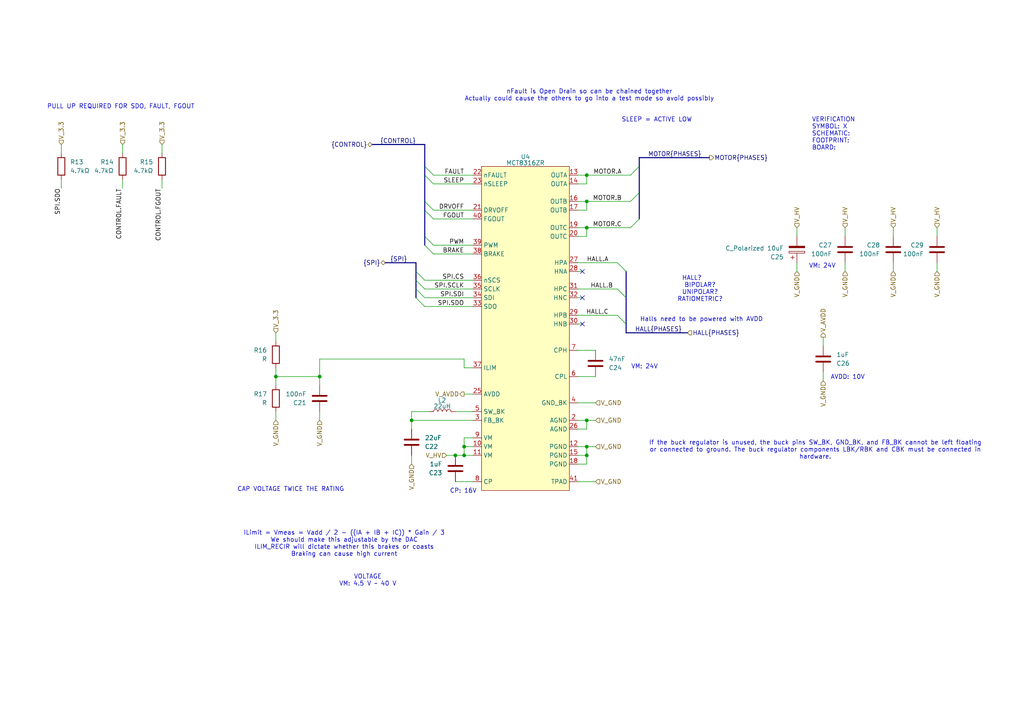
<source format=kicad_sch>
(kicad_sch (version 20231120) (generator "eeschema") (generator_version "8.0")
  (paper "A4")
  (lib_symbols
    (symbol "CUBESAT:MCT8316ZR"
      (property "Reference" "U" (at 0 49.784 0))
      (property "Value" "MCT8316ZR" (at 0 48.006 0))
      (symbol "MCT8316ZR_0_0"
        (pin no_connect line (at -1.27 -49.53 90) (length 2.54) hide (name "NC") (number "1"))
        (pin power_in line (at -15.24 -34.29 0) (length 2.54) (name "VM") (number "10"))
        (pin power_in line (at -15.24 -36.83 0) (length 2.54) (name "VM") (number "11"))
        (pin power_in line (at 15.24 -34.29 180) (length 2.54) (name "PGND") (number "12"))
        (pin power_out line (at 15.24 44.45 180) (length 2.54) (name "OUTA") (number "13"))
        (pin power_out line (at 15.24 41.91 180) (length 2.54) (name "OUTA") (number "14"))
        (pin power_in line (at 15.24 -36.83 180) (length 2.54) (name "PGND") (number "15"))
        (pin power_out line (at 15.24 36.83 180) (length 2.54) (name "OUTB") (number "16"))
        (pin power_out line (at 15.24 34.29 180) (length 2.54) (name "OUTB") (number "17"))
        (pin power_in line (at 15.24 -39.37 180) (length 2.54) (name "PGND") (number "18"))
        (pin power_out line (at 15.24 29.21 180) (length 2.54) (name "OUTC") (number "19"))
        (pin power_in line (at 15.24 -26.67 180) (length 2.54) (name "AGND") (number "2"))
        (pin power_out line (at 15.24 26.67 180) (length 2.54) (name "OUTC") (number "20"))
        (pin input line (at -15.24 34.29 0) (length 2.54) (name "DRVOFF") (number "21"))
        (pin output line (at -15.24 44.45 0) (length 2.54) (name "nFAULT") (number "22"))
        (pin input line (at -15.24 41.91 0) (length 2.54) (name "nSLEEP") (number "23"))
        (pin no_connect line (at 1.27 -49.53 90) (length 2.54) hide (name "NC") (number "24"))
        (pin power_in line (at -15.24 -19.05 0) (length 2.54) (name "AVDD") (number "25"))
        (pin power_in line (at 15.24 -29.21 180) (length 2.54) (name "AGND") (number "26"))
        (pin input line (at 15.24 19.05 180) (length 2.54) (name "HPA") (number "27"))
        (pin input line (at 15.24 16.51 180) (length 2.54) (name "HNA") (number "28"))
        (pin input line (at 15.24 3.81 180) (length 2.54) (name "HPB") (number "29"))
        (pin power_in line (at -15.24 -26.67 0) (length 2.54) (name "FB_BK") (number "3"))
        (pin input line (at 15.24 1.27 180) (length 2.54) (name "HNB") (number "30"))
        (pin input line (at 15.24 11.43 180) (length 2.54) (name "HPC") (number "31"))
        (pin input line (at 15.24 8.89 180) (length 2.54) (name "HNC") (number "32"))
        (pin output line (at -15.24 6.35 0) (length 2.54) (name "SDO") (number "33"))
        (pin input line (at -15.24 8.89 0) (length 2.54) (name "SDI") (number "34"))
        (pin input line (at -15.24 11.43 0) (length 2.54) (name "SCLK") (number "35"))
        (pin input line (at -15.24 13.97 0) (length 2.54) (name "nSCS") (number "36"))
        (pin input line (at -15.24 -11.43 0) (length 2.54) (name "ILIM") (number "37"))
        (pin input line (at -15.24 21.59 0) (length 2.54) (name "BRAKE") (number "38"))
        (pin input line (at -15.24 24.13 0) (length 2.54) (name "PWM") (number "39"))
        (pin power_in line (at 15.24 -21.59 180) (length 2.54) (name "GND_BK") (number "4"))
        (pin output line (at -15.24 31.75 0) (length 2.54) (name "FGOUT") (number "40"))
        (pin power_in line (at 15.24 -44.45 180) (length 2.54) (name "TPAD") (number "41"))
        (pin power_out line (at -15.24 -24.13 0) (length 2.54) (name "SW_BK") (number "5"))
        (pin power_in line (at 15.24 -13.97 180) (length 2.54) (name "CPL") (number "6"))
        (pin power_in line (at 15.24 -6.35 180) (length 2.54) (name "CPH") (number "7"))
        (pin power_out line (at -15.24 -44.45 0) (length 2.54) (name "CP") (number "8"))
        (pin power_in line (at -15.24 -31.75 0) (length 2.54) (name "VM") (number "9"))
      )
      (symbol "MCT8316ZR_1_1"
        (rectangle (start -12.7 46.99) (end 12.7 -46.99) (fill (type background)))
      )
    )
    (symbol "Device:C" (pin_numbers hide) (pin_names (offset 0.254))
      (property "Reference" "C" (at 0.635 2.54 0))
      (property "Value" "C" (at 0.635 -2.54 0))
      (symbol "C_0_1"
        (polyline (pts (xy -2.032 -0.762) (xy 2.032 -0.762)) (stroke (width 0.508)))
        (polyline (pts (xy -2.032 0.762) (xy 2.032 0.762)) (stroke (width 0.508)))
      )
      (symbol "C_1_1"
        (pin passive line (at 0 3.81 270) (length 2.794) (name "~") (number "1"))
        (pin passive line (at 0 -3.81 90) (length 2.794) (name "~") (number "2"))
      )
    )
    (symbol "Device:C_Polarized" (pin_numbers hide) (pin_names (offset 0.254))
      (property "Reference" "C" (at 0.635 2.54 0))
      (property "Value" "C_Polarized" (at 0.635 -2.54 0))
      (symbol "C_Polarized_0_1"
        (rectangle (start -2.286 0.508) (end 2.286 1.016))
        (polyline (pts (xy -1.778 2.286) (xy -0.762 2.286)))
        (polyline (pts (xy -1.27 2.794) (xy -1.27 1.778)))
        (rectangle (start 2.286 -0.508) (end -2.286 -1.016) (fill (type outline)))
      )
      (symbol "C_Polarized_1_1"
        (pin passive line (at 0 3.81 270) (length 2.794) (name "~") (number "1"))
        (pin passive line (at 0 -3.81 90) (length 2.794) (name "~") (number "2"))
      )
    )
    (symbol "Device:L" (pin_numbers hide) (pin_names (offset 1.016) hide)
      (property "Reference" "L" (at -1.27 0 90))
      (property "Value" "L" (at 1.905 0 90))
      (symbol "L_0_1"
        (arc (start 0 -2.54) (mid 0.6323 -1.905) (end 0 -1.27))
        (arc (start 0 -1.27) (mid 0.6323 -0.635) (end 0 0))
        (arc (start 0 0) (mid 0.6323 0.635) (end 0 1.27))
        (arc (start 0 1.27) (mid 0.6323 1.905) (end 0 2.54))
      )
      (symbol "L_1_1"
        (pin passive line (at 0 3.81 270) (length 1.27) (name "1") (number "1"))
        (pin passive line (at 0 -3.81 90) (length 1.27) (name "2") (number "2"))
      )
    )
    (symbol "Device:R" (pin_numbers hide) (pin_names (offset 0))
      (property "Reference" "R" (at 2.032 0 90))
      (property "Value" "R" (at 0 0 90))
      (symbol "R_0_1"
        (rectangle (start -1.016 -2.54) (end 1.016 2.54) (stroke (width 0.254)))
      )
      (symbol "R_1_1"
        (pin passive line (at 0 3.81 270) (length 1.27) (name "~") (number "1"))
        (pin passive line (at 0 -3.81 90) (length 1.27) (name "~") (number "2"))
      )
    )
  )
  (bus_alias "PHASES" (members "A" "B" "C"))
  (junction (at 80.01 109.22))
  (junction (at 134.62 129.54))
  (junction (at 170.18 58.42))
  (junction (at 92.71 109.22))
  (junction (at 134.62 132.08))
  (junction (at 170.18 66.04))
  (junction (at 170.18 132.08))
  (junction (at 119.38 121.92))
  (junction (at 132.08 132.08))
  (junction (at 170.18 121.92))
  (junction (at 170.18 50.8))
  (junction (at 170.18 129.54))
  (no_connect (at 168.91 93.98))
  (no_connect (at 168.91 86.36))
  (no_connect (at 168.91 78.74))
  (bus_entry (at 181.61 93.98) (size -2.54 -2.54))
  (bus_entry (at 185.42 63.5) (size -2.54 2.54))
  (bus_entry (at 181.61 78.74) (size -2.54 -2.54))
  (bus_entry (at 120.65 83.82) (size 2.54 2.54))
  (bus_entry (at 123.19 48.26) (size 2.54 2.54))
  (bus_entry (at 120.65 78.74) (size 2.54 2.54))
  (bus_entry (at 123.19 60.96) (size 2.54 2.54))
  (bus_entry (at 123.19 68.58) (size 2.54 2.54))
  (bus_entry (at 123.19 50.8) (size 2.54 2.54))
  (bus_entry (at 120.65 81.28) (size 2.54 2.54))
  (bus_entry (at 185.42 48.26) (size -2.54 2.54))
  (bus_entry (at 123.19 71.12) (size 2.54 2.54))
  (bus_entry (at 123.19 58.42) (size 2.54 2.54))
  (bus_entry (at 181.61 86.36) (size -2.54 -2.54))
  (bus_entry (at 185.42 55.88) (size -2.54 2.54))
  (bus_entry (at 120.65 86.36) (size 2.54 2.54))
  (wire (pts (xy 134.62 129.54) (xy 134.62 132.08)))
  (wire (pts (xy 46.99 41.91) (xy 46.99 44.45)))
  (wire (pts (xy 125.73 63.5) (xy 137.16 63.5)))
  (wire (pts (xy 172.72 101.6) (xy 167.64 101.6)))
  (wire (pts (xy 125.73 60.96) (xy 137.16 60.96)))
  (wire (pts (xy 123.19 88.9) (xy 137.16 88.9)))
  (bus (pts (xy 107.95 41.91) (xy 123.19 41.91)))
  (wire (pts (xy 170.18 66.04) (xy 182.88 66.04)))
  (bus (pts (xy 181.61 96.52) (xy 199.39 96.52)))
  (wire (pts (xy 170.18 134.62) (xy 170.18 132.08)))
  (bus (pts (xy 123.19 60.96) (xy 123.19 68.58)))
  (wire (pts (xy 170.18 66.04) (xy 170.18 68.58)))
  (wire (pts (xy 238.76 100.33) (xy 238.76 97.79)))
  (wire (pts (xy 167.64 134.62) (xy 170.18 134.62)))
  (wire (pts (xy 231.14 66.04) (xy 231.14 68.58)))
  (wire (pts (xy 172.72 116.84) (xy 167.64 116.84)))
  (wire (pts (xy 167.64 91.44) (xy 179.07 91.44)))
  (wire (pts (xy 123.19 81.28) (xy 137.16 81.28)))
  (wire (pts (xy 92.71 109.22) (xy 80.01 109.22)))
  (bus (pts (xy 120.65 83.82) (xy 120.65 86.36)))
  (wire (pts (xy 123.19 83.82) (xy 137.16 83.82)))
  (wire (pts (xy 119.38 134.62) (xy 119.38 132.08)))
  (wire (pts (xy 125.73 50.8) (xy 137.16 50.8)))
  (wire (pts (xy 245.11 78.74) (xy 245.11 76.2)))
  (wire (pts (xy 125.73 71.12) (xy 137.16 71.12)))
  (wire (pts (xy 129.54 132.08) (xy 132.08 132.08)))
  (wire (pts (xy 172.72 109.22) (xy 167.64 109.22)))
  (wire (pts (xy 271.78 66.04) (xy 271.78 68.58)))
  (wire (pts (xy 168.91 78.74) (xy 167.64 78.74)))
  (wire (pts (xy 132.08 119.38) (xy 137.16 119.38)))
  (wire (pts (xy 168.91 93.98) (xy 167.64 93.98)))
  (wire (pts (xy 231.14 78.74) (xy 231.14 76.2)))
  (wire (pts (xy 92.71 111.76) (xy 92.71 109.22)))
  (wire (pts (xy 170.18 132.08) (xy 170.18 129.54)))
  (wire (pts (xy 259.08 78.74) (xy 259.08 76.2)))
  (wire (pts (xy 167.64 58.42) (xy 170.18 58.42)))
  (bus (pts (xy 185.42 63.5) (xy 185.42 55.88)))
  (wire (pts (xy 172.72 139.7) (xy 167.64 139.7)))
  (wire (pts (xy 125.73 73.66) (xy 137.16 73.66)))
  (bus (pts (xy 181.61 78.74) (xy 181.61 86.36)))
  (wire (pts (xy 46.99 54.61) (xy 46.99 52.07)))
  (wire (pts (xy 167.64 60.96) (xy 170.18 60.96)))
  (wire (pts (xy 119.38 119.38) (xy 124.46 119.38)))
  (wire (pts (xy 92.71 104.14) (xy 92.71 109.22)))
  (wire (pts (xy 238.76 110.49) (xy 238.76 107.95)))
  (wire (pts (xy 259.08 66.04) (xy 259.08 68.58)))
  (wire (pts (xy 80.01 111.76) (xy 80.01 109.22)))
  (bus (pts (xy 111.76 76.2) (xy 120.65 76.2)))
  (bus (pts (xy 120.65 81.28) (xy 120.65 83.82)))
  (wire (pts (xy 170.18 58.42) (xy 170.18 60.96)))
  (wire (pts (xy 167.64 121.92) (xy 170.18 121.92)))
  (wire (pts (xy 119.38 121.92) (xy 119.38 119.38)))
  (bus (pts (xy 181.61 86.36) (xy 181.61 93.98)))
  (wire (pts (xy 134.62 127) (xy 134.62 129.54)))
  (wire (pts (xy 170.18 121.92) (xy 172.72 121.92)))
  (wire (pts (xy 167.64 124.46) (xy 170.18 124.46)))
  (wire (pts (xy 170.18 124.46) (xy 170.18 121.92)))
  (wire (pts (xy 137.16 127) (xy 134.62 127)))
  (wire (pts (xy 119.38 124.46) (xy 119.38 121.92)))
  (wire (pts (xy 80.01 121.92) (xy 80.01 119.38)))
  (wire (pts (xy 137.16 106.68) (xy 134.62 106.68)))
  (wire (pts (xy 134.62 106.68) (xy 134.62 104.14)))
  (bus (pts (xy 123.19 41.91) (xy 123.19 48.26)))
  (wire (pts (xy 35.56 54.61) (xy 35.56 52.07)))
  (bus (pts (xy 123.19 68.58) (xy 123.19 71.12)))
  (bus (pts (xy 120.65 76.2) (xy 120.65 78.74)))
  (wire (pts (xy 123.19 86.36) (xy 137.16 86.36)))
  (bus (pts (xy 185.42 48.26) (xy 185.42 45.72)))
  (wire (pts (xy 167.64 66.04) (xy 170.18 66.04)))
  (wire (pts (xy 170.18 68.58) (xy 167.64 68.58)))
  (wire (pts (xy 137.16 129.54) (xy 134.62 129.54)))
  (wire (pts (xy 271.78 78.74) (xy 271.78 76.2)))
  (wire (pts (xy 170.18 129.54) (xy 172.72 129.54)))
  (wire (pts (xy 167.64 132.08) (xy 170.18 132.08)))
  (wire (pts (xy 170.18 53.34) (xy 167.64 53.34)))
  (wire (pts (xy 167.64 50.8) (xy 170.18 50.8)))
  (wire (pts (xy 134.62 104.14) (xy 92.71 104.14)))
  (bus (pts (xy 120.65 78.74) (xy 120.65 81.28)))
  (bus (pts (xy 123.19 48.26) (xy 123.19 50.8)))
  (wire (pts (xy 170.18 58.42) (xy 182.88 58.42)))
  (wire (pts (xy 17.78 41.91) (xy 17.78 44.45)))
  (wire (pts (xy 167.64 129.54) (xy 170.18 129.54)))
  (wire (pts (xy 132.08 132.08) (xy 134.62 132.08)))
  (wire (pts (xy 134.62 132.08) (xy 137.16 132.08)))
  (wire (pts (xy 132.08 139.7) (xy 137.16 139.7)))
  (wire (pts (xy 137.16 121.92) (xy 119.38 121.92)))
  (bus (pts (xy 123.19 50.8) (xy 123.19 58.42)))
  (wire (pts (xy 170.18 50.8) (xy 182.88 50.8)))
  (bus (pts (xy 181.61 93.98) (xy 181.61 96.52)))
  (wire (pts (xy 170.18 50.8) (xy 170.18 53.34)))
  (wire (pts (xy 80.01 96.52) (xy 80.01 99.06)))
  (wire (pts (xy 17.78 54.61) (xy 17.78 52.07)))
  (bus (pts (xy 185.42 45.72) (xy 205.74 45.72)))
  (wire (pts (xy 134.62 114.3) (xy 137.16 114.3)))
  (bus (pts (xy 123.19 58.42) (xy 123.19 60.96)))
  (wire (pts (xy 245.11 66.04) (xy 245.11 68.58)))
  (wire (pts (xy 168.91 86.36) (xy 167.64 86.36)))
  (wire (pts (xy 92.71 121.92) (xy 92.71 119.38)))
  (wire (pts (xy 80.01 109.22) (xy 80.01 106.68)))
  (bus (pts (xy 185.42 55.88) (xy 185.42 48.26)))
  (wire (pts (xy 167.64 83.82) (xy 179.07 83.82)))
  (wire (pts (xy 35.56 41.91) (xy 35.56 44.45)))
  (wire (pts (xy 125.73 53.34) (xy 137.16 53.34)))
  (wire (pts (xy 167.64 76.2) (xy 179.07 76.2)))
  (text "Halls need to be powered with AVDD\n" (at 203.454 92.71 0) (effects (font (size 1.27 1.27))))
  (text "VM: 24V\n" (at 238.506 77.216 0) (effects (font (size 1.27 1.27))))
  (text "VOLTAGE\nVM: 4.5 V ~ 40 V" (at 106.68 168.402 0) (effects (font (size 1.27 1.27))))
  (text "CP: 16V" (at 134.366 142.494 0) (effects (font (size 1.27 1.27))))
  (text "ILimit = Vmeas = Vadd / 2 - ((IA + IB + IC)) * Gain / 3\nWe should make this adjustable by the DAC\nILIM_RECIR will dictate whether this brakes or coasts\nBraking can cause high current" (at 99.822 157.734 0) (effects (font (size 1.27 1.27))))
  (text "nFault is Open Drain so can be chained together\nActually could cause the others to go into a test mode so avoid possibly" (at 170.942 27.686 0) (effects (font (size 1.27 1.27))))
  (text "AVDD: 10V\n" (at 245.872 109.474 0) (effects (font (size 1.27 1.27))))
  (text "If the buck regulator is unused, the buck pins SW_BK, GND_BK, and FB_BK cannot be left floating\nor connected to ground. The buck regulator components LBK/RBK and CBK must be connected in\nhardware." (at 236.474 130.556 0) (effects (font (size 1.27 1.27))))
  (text "HALL?\n	BIPOLAR?\n	UNIPOLAR?\n	RATIOMETRIC?" (at 200.66 83.82 0) (effects (font (size 1.27 1.27))))
  (text "SLEEP = ACTIVE LOW" (at 190.5 34.798 0) (effects (font (size 1.27 1.27))))
  (text "CAP VOLTAGE TWICE THE RATING" (at 84.328 141.986 0) (effects (font (size 1.27 1.27))))
  (text "VERIFICATION\nSYMBOL: X\nSCHEMATIC: \nFOOTPRINT:\nBOARD: " (at 235.458 34.036 0) (effects (font (size 1.27 1.27)) (justify left top)))
  (text "PULL UP REQUIRED FOR SDO, FAULT, FGOUT\n" (at 35.052 30.988 0) (effects (font (size 1.27 1.27))))
  (text "VM: 24V\n" (at 186.944 106.426 0) (effects (font (size 1.27 1.27))))
  (label "SPI.SDO" (at 134.62 88.9 180))
  (label "HALL.C" (at 176.53 91.44 180))
  (label "BRAKE" (at 134.62 73.66 180))
  (label "SPI.SDI" (at 134.62 86.36 180))
  (label "DRVOFF" (at 134.62 60.96 180))
  (label "MOTOR.C" (at 180.34 66.04 180))
  (label "CONTROL.FGOUT" (at 46.99 54.61 270))
  (label "{CONTROL}" (at 120.65 41.91 180))
  (label "HALL.A" (at 176.53 76.2 180))
  (label "CONTROL.FAULT" (at 35.56 54.61 270))
  (label "SLEEP" (at 134.62 53.34 180))
  (label "FAULT" (at 134.62 50.8 180))
  (label "{SPI}" (at 118.11 76.2 180))
  (label "FGOUT" (at 134.62 63.5 180))
  (label "SPI.SDO" (at 17.78 54.61 270))
  (label "MOTOR{PHASES}" (at 187.96 45.72 0))
  (label "SPI.SCLK" (at 134.62 83.82 180))
  (label "SPI.CS" (at 134.62 81.28 180))
  (label "HALL{PHASES}" (at 184.15 96.52 0))
  (label "MOTOR.A" (at 180.34 50.8 180))
  (label "PWM" (at 134.62 71.12 180))
  (label "MOTOR.B" (at 180.34 58.42 180))
  (label "HALL.B" (at 177.8 83.82 180))
  (hierarchical_label "V_GND" (shape input) (at 245.11 78.74 270))
  (hierarchical_label "V_3.3" (shape input) (at 46.99 41.91 90))
  (hierarchical_label "V_HV" (shape input) (at 129.54 132.08 180))
  (hierarchical_label "V_AVDD" (shape output) (at 238.76 97.79 90))
  (hierarchical_label "V_GND" (shape input) (at 259.08 78.74 270))
  (hierarchical_label "V_GND" (shape input) (at 80.01 121.92 270))
  (hierarchical_label "V_GND" (shape input) (at 172.72 129.54 0))
  (hierarchical_label "V_GND" (shape input) (at 271.78 78.74 270))
  (hierarchical_label "HALL{PHASES} " (shape input) (at 199.39 96.52 0))
  (hierarchical_label "V_GND" (shape input) (at 172.72 116.84 0))
  (hierarchical_label "V_GND" (shape input) (at 172.72 121.92 0))
  (hierarchical_label "V_HV" (shape input) (at 259.08 66.04 90))
  (hierarchical_label "V_GND" (shape input) (at 92.71 121.92 270))
  (hierarchical_label "MOTOR{PHASES}" (shape output) (at 205.74 45.72 0))
  (hierarchical_label "V_GND" (shape input) (at 172.72 139.7 0))
  (hierarchical_label "V_GND" (shape input) (at 231.14 78.74 270))
  (hierarchical_label "V_HV" (shape input) (at 271.78 66.04 90))
  (hierarchical_label "V_HV" (shape input) (at 245.11 66.04 90))
  (hierarchical_label "{CONTROL}" (shape bidirectional) (at 107.95 41.91 180))
  (hierarchical_label "V_HV" (shape input) (at 231.14 66.04 90))
  (hierarchical_label "V_GND" (shape input) (at 238.76 110.49 270))
  (hierarchical_label "V_GND" (shape input) (at 119.38 134.62 270))
  (hierarchical_label "{SPI}" (shape bidirectional) (at 111.76 76.2 180))
  (hierarchical_label "V_AVDD" (shape output) (at 134.62 114.3 180))
  (hierarchical_label "V_3.3" (shape input) (at 80.01 96.52 90))
  (hierarchical_label "V_3.3" (shape input) (at 35.56 41.91 90))
  (hierarchical_label "V_3.3" (shape input) (at 17.78 41.91 90))
  (symbol (lib_id "Device:C_Polarized") (at 231.14 72.39 0) (mirror x) (unit 1)
    (property "Reference" "C25" (at 227.33 74.5491 0) (effects (justify right)))
    (property "Value" "C_Polarized 10uF" (at 227.33 72.0091 0) (effects (justify right)))
    (property "Description" "Polarized capacitor" (effects (hide yes)))
    (instances (project "control" (path "" (reference "C25") (unit 1)) (path "" (reference "C45") (unit 1)) (path "" (reference "C65") (unit 1)) (path "" (reference "C55") (unit 1))))
  )
  (symbol (lib_id "Device:L") (at 128.27 119.38 90) (unit 1)
    (property "Reference" "L2" (at 128.1997 116.1073 90))
    (property "Value" "22uH" (at 128.2712 117.8228 90))
    (property "Description" "Inductor" (effects (hide yes)))
    (instances (project "control" (path "" (reference "L2") (unit 1)) (path "" (reference "L3") (unit 1)) (path "" (reference "L5") (unit 1)) (path "" (reference "L4") (unit 1))))
  )
  (symbol (lib_id "Device:C") (at 238.76 104.14 0) (mirror y) (unit 1)
    (property "Reference" "C26" (at 242.57 105.4101 0) (effects (justify right)))
    (property "Value" "1uF" (at 242.57 102.8701 0) (effects (justify right)))
    (property "Description" "Unpolarized capacitor" (effects (hide yes)))
    (instances (project "control" (path "" (reference "C26") (unit 1)) (path "" (reference "C46") (unit 1)) (path "" (reference "C66") (unit 1)) (path "" (reference "C56") (unit 1))))
  )
  (symbol (lib_id "Device:C") (at 92.71 115.57 0) (unit 1)
    (property "Reference" "C21" (at 88.9 116.8401 0) (effects (justify right)))
    (property "Value" "100nF" (at 88.9 114.3001 0) (effects (justify right)))
    (property "Description" "Unpolarized capacitor" (effects (hide yes)))
    (instances (project "control" (path "" (reference "C21") (unit 1)) (path "" (reference "C41") (unit 1)) (path "" (reference "C61") (unit 1)) (path "" (reference "C51") (unit 1))))
  )
  (symbol (lib_id "Device:C") (at 245.11 72.39 0) (mirror x) (unit 1)
    (property "Reference" "C27" (at 241.3 71.1199 0) (effects (justify right)))
    (property "Value" "100nF" (at 241.3 73.6599 0) (effects (justify right)))
    (property "Description" "Unpolarized capacitor" (effects (hide yes)))
    (instances (project "control" (path "" (reference "C27") (unit 1)) (path "" (reference "C47") (unit 1)) (path "" (reference "C67") (unit 1)) (path "" (reference "C57") (unit 1))))
  )
  (symbol (lib_id "Device:C") (at 119.38 128.27 0) (mirror y) (unit 1)
    (property "Reference" "C22" (at 123.19 129.5401 0) (effects (justify right)))
    (property "Value" "22uF" (at 123.19 127.0001 0) (effects (justify right)))
    (property "Description" "Unpolarized capacitor" (effects (hide yes)))
    (instances (project "control" (path "" (reference "C22") (unit 1)) (path "" (reference "C42") (unit 1)) (path "" (reference "C62") (unit 1)) (path "" (reference "C52") (unit 1))))
  )
  (symbol (lib_id "Device:R") (at 80.01 102.87 0) (mirror y) (unit 1)
    (property "Reference" "R16" (at 77.47 101.5999 0) (effects (justify left)))
    (property "Value" "R" (at 77.47 104.1399 0) (effects (justify left)))
    (property "Description" "Resistor" (effects (hide yes)))
    (instances (project "control" (path "" (reference "R16") (unit 1)) (path "" (reference "R45") (unit 1)) (path "" (reference "R75") (unit 1)) (path "" (reference "R60") (unit 1))))
  )
  (symbol (lib_id "Device:C") (at 271.78 72.39 0) (mirror x) (unit 1)
    (property "Reference" "C29" (at 267.97 71.1199 0) (effects (justify right)))
    (property "Value" "100nF" (at 267.97 73.6599 0) (effects (justify right)))
    (property "Description" "Unpolarized capacitor" (effects (hide yes)))
    (instances (project "control" (path "" (reference "C29") (unit 1)) (path "" (reference "C49") (unit 1)) (path "" (reference "C69") (unit 1)) (path "" (reference "C59") (unit 1))))
  )
  (symbol (lib_id "Device:C") (at 259.08 72.39 0) (mirror x) (unit 1)
    (property "Reference" "C28" (at 255.27 71.1199 0) (effects (justify right)))
    (property "Value" "100nF" (at 255.27 73.6599 0) (effects (justify right)))
    (property "Description" "Unpolarized capacitor" (effects (hide yes)))
    (instances (project "control" (path "" (reference "C28") (unit 1)) (path "" (reference "C48") (unit 1)) (path "" (reference "C68") (unit 1)) (path "" (reference "C58") (unit 1))))
  )
  (symbol (lib_id "Device:R") (at 46.99 48.26 0) (mirror y) (unit 1)
    (property "Reference" "R15" (at 44.45 46.9899 0) (effects (justify left)))
    (property "Value" "4.7kΩ" (at 44.45 49.5299 0) (effects (justify left)))
    (property "Description" "Resistor" (effects (hide yes)))
    (instances (project "control" (path "" (reference "R15") (unit 1)) (path "" (reference "R44") (unit 1)) (path "" (reference "R74") (unit 1)) (path "" (reference "R59") (unit 1))))
  )
  (symbol (lib_id "Device:C") (at 172.72 105.41 0) (mirror y) (unit 1)
    (property "Reference" "C24" (at 176.53 106.6801 0) (effects (justify right)))
    (property "Value" "47nF" (at 176.53 104.1401 0) (effects (justify right)))
    (property "Description" "Unpolarized capacitor" (effects (hide yes)))
    (instances (project "control" (path "" (reference "C24") (unit 1)) (path "" (reference "C44") (unit 1)) (path "" (reference "C64") (unit 1)) (path "" (reference "C54") (unit 1))))
  )
  (symbol (lib_id "CUBESAT:MCT8316ZR") (at 152.4 95.25 0) (unit 1)
    (property "Reference" "U4" (at 152.4 45.466 0))
    (property "Value" "MCT8316ZR" (at 152.4 47.244 0))
    (property "Footprint" "Package_DFN_QFN:Texas_RGF_R-PVQFN-N40_EP3.7x5.7mm_ThermalVias" (effects (hide yes)))
    (property "Datasheet" "https://www.ti.com/lit/ds/symlink/mct8316z.pdf" (effects (hide yes)))
    (property "Description" "MCT8316Z Sensored Trapezoidal Integrated FET BLDC Motor Driver" (effects (hide yes)))
    (instances (project "control" (path "" (reference "U4") (unit 1)) (path "" (reference "U11") (unit 1)) (path "" (reference "U15") (unit 1)) (path "" (reference "U13") (unit 1))))
  )
  (symbol (lib_id "Device:R") (at 17.78 48.26 0) (unit 1)
    (property "Reference" "R13" (at 20.32 46.9899 0) (effects (justify left)))
    (property "Value" "4.7kΩ" (at 20.32 49.5299 0) (effects (justify left)))
    (property "Description" "Resistor" (effects (hide yes)))
    (instances (project "control" (path "" (reference "R13") (unit 1)) (path "" (reference "R42") (unit 1)) (path "" (reference "R72") (unit 1)) (path "" (reference "R57") (unit 1))))
  )
  (symbol (lib_id "Device:R") (at 35.56 48.26 0) (mirror y) (unit 1)
    (property "Reference" "R14" (at 33.02 46.9899 0) (effects (justify left)))
    (property "Value" "4.7kΩ" (at 33.02 49.5299 0) (effects (justify left)))
    (property "Description" "Resistor" (effects (hide yes)))
    (instances (project "control" (path "" (reference "R14") (unit 1)) (path "" (reference "R43") (unit 1)) (path "" (reference "R73") (unit 1)) (path "" (reference "R58") (unit 1))))
  )
  (symbol (lib_id "Device:R") (at 80.01 115.57 0) (mirror y) (unit 1)
    (property "Reference" "R17" (at 77.47 114.2999 0) (effects (justify left)))
    (property "Value" "R" (at 77.47 116.8399 0) (effects (justify left)))
    (property "Description" "Resistor" (effects (hide yes)))
    (instances (project "control" (path "" (reference "R17") (unit 1)) (path "" (reference "R46") (unit 1)) (path "" (reference "R76") (unit 1)) (path "" (reference "R61") (unit 1))))
  )
  (symbol (lib_id "Device:C") (at 132.08 135.89 0) (unit 1)
    (property "Reference" "C23" (at 128.27 137.1601 0) (effects (justify right)))
    (property "Value" "1uF" (at 128.27 134.6201 0) (effects (justify right)))
    (property "Description" "Unpolarized capacitor" (effects (hide yes)))
    (instances (project "control" (path "" (reference "C23") (unit 1)) (path "" (reference "C43") (unit 1)) (path "" (reference "C63") (unit 1)) (path "" (reference "C53") (unit 1))))
  )
)
</source>
